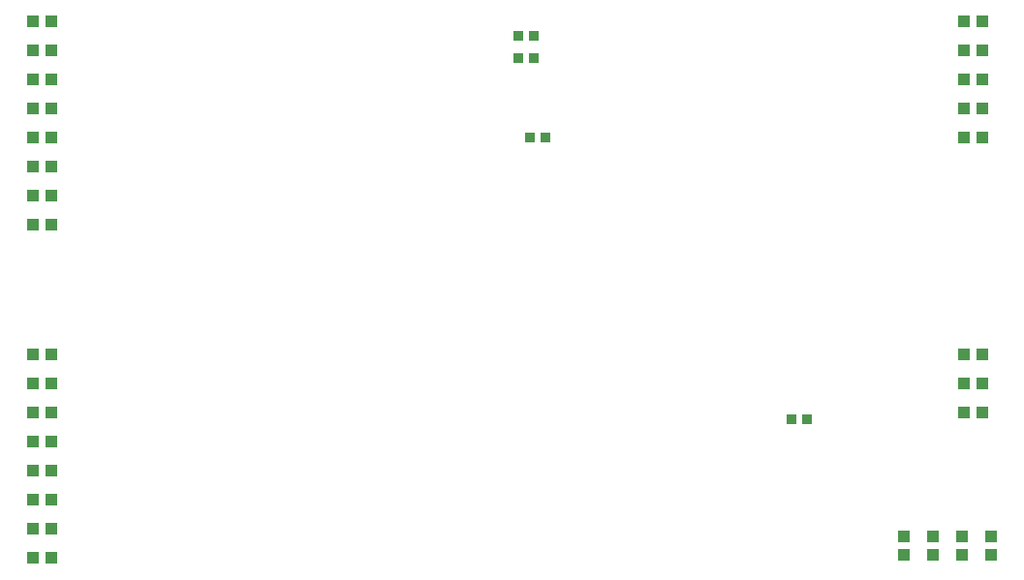
<source format=gbp>
G04 Layer: BottomPasteMaskLayer*
G04 EasyEDA v6.5.34, 2023-09-06 22:51:59*
G04 a86b413e394c4c25ad92b8d6a36629b7,5a6b42c53f6a479593ecc07194224c93,10*
G04 Gerber Generator version 0.2*
G04 Scale: 100 percent, Rotated: No, Reflected: No *
G04 Dimensions in millimeters *
G04 leading zeros omitted , absolute positions ,4 integer and 5 decimal *
%FSLAX45Y45*%
%MOMM*%

%AMMACRO1*21,1,$1,$2,0,0,$3*%
%ADD10MACRO1,0.8X0.9X0.0000*%
%ADD11MACRO1,1X1.1X-90.0000*%
%ADD12MACRO1,1X1.1X90.0000*%
%ADD13MACRO1,1X1.1X0.0000*%

%LPD*%
D10*
G01*
X6483198Y5130800D03*
G01*
X6623198Y5130800D03*
G01*
X6483198Y4940300D03*
G01*
X6623198Y4940300D03*
G01*
X6724801Y4241800D03*
G01*
X6584801Y4241800D03*
G01*
X9010801Y1778000D03*
G01*
X8870801Y1778000D03*
D11*
G01*
X9855200Y593092D03*
G01*
X9855200Y753092D03*
G01*
X10109200Y593092D03*
G01*
X10109200Y753092D03*
G01*
X10363200Y593092D03*
G01*
X10363200Y753092D03*
D12*
G01*
X10617200Y753107D03*
G01*
X10617200Y593107D03*
D13*
G01*
X2404088Y3732288D03*
G01*
X2244090Y3732288D03*
G01*
X2404088Y5002288D03*
G01*
X2244090Y5002288D03*
G01*
X2244101Y5256288D03*
G01*
X2404099Y5256288D03*
G01*
X2404088Y4748288D03*
G01*
X2244090Y4748288D03*
G01*
X2404088Y4494291D03*
G01*
X2244090Y4494291D03*
G01*
X2404088Y4240291D03*
G01*
X2244090Y4240291D03*
G01*
X2404088Y3986291D03*
G01*
X2244090Y3986291D03*
G01*
X2244101Y3478291D03*
G01*
X2404099Y3478291D03*
G01*
X2404099Y569600D03*
G01*
X2244101Y569600D03*
G01*
X2244090Y1077600D03*
G01*
X2404088Y1077600D03*
G01*
X2244090Y1331600D03*
G01*
X2404088Y1331600D03*
G01*
X2244090Y1585600D03*
G01*
X2404088Y1585600D03*
G01*
X2244090Y1839597D03*
G01*
X2404088Y1839597D03*
G01*
X2404099Y2347597D03*
G01*
X2244101Y2347597D03*
G01*
X2244090Y2093597D03*
G01*
X2404088Y2093597D03*
G01*
X2244090Y823597D03*
G01*
X2404088Y823597D03*
G01*
X10384772Y5255389D03*
G01*
X10544771Y5255389D03*
G01*
X10544787Y5001389D03*
G01*
X10384787Y5001389D03*
G01*
X10544787Y4747389D03*
G01*
X10384787Y4747389D03*
G01*
X10544787Y4493389D03*
G01*
X10384787Y4493389D03*
G01*
X10544787Y4239389D03*
G01*
X10384787Y4239389D03*
G01*
X10544787Y1839092D03*
G01*
X10384787Y1839092D03*
G01*
X10544787Y2093092D03*
G01*
X10384787Y2093092D03*
G01*
X10384772Y2347092D03*
G01*
X10544771Y2347092D03*
M02*

</source>
